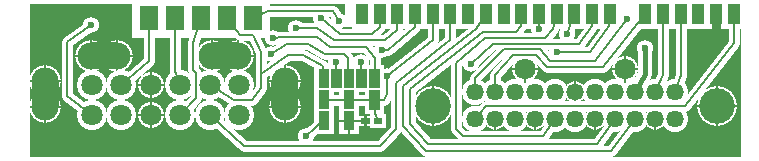
<source format=gtl>
G04*
G04 Format:               Gerber RS-274X*
G04 Export Settings:      OSH Park*
G04 Layer:                TopCopper*
G04 This File Name:       GCDUAL_QSB_FINAL5.2.gtl*
G04 Source File Name:     GCDUAL_QSB_FINAL5.2.rrb*
G04 Unique ID:            757d16c7-f99c-4077-9d8c-5aaf3e2abc93*
G04 Generated Date:       Friday, 30 March 2018 13:03:25*
G04*
G04 Created Using:        Robot Room Copper Connection v3.0.5875*
G04 Software Contact:     http://www.robotroom.com/CopperConnection/Support.aspx*
G04 License Number:       1880*
G04*
G04 Zero Suppression:     Leading*
G04 Number Precision:     2.4*
G04*
%FSLAX24Y24*%
%MOIN*%
%LNTopCopper*%
%ADD10C,.007*%
%ADD11C,.008*%
%ADD12C,.015*%
%ADD13C,.0236*%
%ADD14C,.03*%
%ADD15C,.0307*%
%ADD16C,.037*%
%ADD17C,.038*%
%ADD18C,.045*%
%ADD19C,.0536*%
%ADD20C,.0578*%
%ADD21C,.0607*%
%ADD22C,.0709*%
%ADD23C,.0878*%
%ADD24C,.09*%
%ADD25C,.1009*%
%ADD26C,.1181*%
%ADD27R,.006X.006*%
%ADD28R,.0079X.0079*%
%ADD29R,.03X.03*%
%ADD30R,.0276X.0197*%
%ADD31R,.0394X.0689*%
%ADD32R,.0576X.0497*%
%ADD33R,.0603X.0787*%
%ADD34R,.0694X.0989*%
%ADD35R,.0903X.1087*%
%AMTHERMAL*7,0,0,$1,$1-$2-$2,$2,0*%
%ADD36THERMAL,.0736X.0079*%
%ADD37THERMAL,.0866X.0079*%
%ADD38THERMAL,.0867X.0079*%
%ADD39THERMAL,.1057X.0079*%
%ADD40THERMAL,.1339X.0079*%
G36*
G01X-152Y5118D02*
X23554D01*
Y0D01*
X-152D01*
Y5118D01*
G37*
%LPC*%
G36*
X10367Y5115D02*
X23624D01*
Y4328D01*
X10367D01*
Y5115D01*
G37*
G36*
X3259Y5416D02*
X7865D01*
Y3960D01*
X3259D01*
Y5416D01*
G37*
D36*
X15360Y1269D03*
X16693D03*
X18026Y2162D03*
X18692Y1269D03*
X20692D03*
D37*
X16360Y2929D03*
X19692D03*
D38*
X3880Y2396D03*
Y1412D03*
D39*
X357Y2542D03*
Y1663D03*
X8344Y2542D03*
Y1663D03*
X5909Y3383D03*
X6788D03*
X1879D03*
X2758D03*
D40*
X22752Y1720D03*
X13300D03*
D29*
X9894Y2936D02*
X10248D01*
Y2306D01*
X9894D01*
Y2936D01*
X9476D02*
X9830D01*
Y2306D01*
X9476D01*
Y2936D01*
X10312D02*
X10666D01*
Y2306D01*
X10312D01*
Y2936D01*
X10731D02*
X11085D01*
Y2306D01*
X10731D01*
Y2936D01*
X11154D02*
X11508D01*
Y2306D01*
X11154D01*
Y2936D01*
X9476Y2238D02*
X9830D01*
Y1608D01*
X9476D01*
Y2238D01*
X10312D02*
X10666D01*
Y1608D01*
X10312D01*
Y2238D01*
X11154D02*
X11508D01*
Y1575D01*
X11154D01*
Y2238D01*
X10313Y1538D02*
X10667D01*
Y908D01*
X10313D01*
Y1538D01*
X9479Y1540D02*
X9834D01*
Y910D01*
X9479D01*
Y1540D01*
D16*
X12080Y4253D02*
X11684Y3920D01*
X11502Y4757D02*
X11529Y4353D01*
X11260Y4117D01*
X1881Y4393D02*
X1093Y3839D01*
Y2038D02*
X1912Y1412D01*
X11684Y3920D02*
X10001D01*
X11260Y4117D02*
X10191D01*
X13274Y3896D02*
X11749Y2691D01*
X10191Y4117D02*
X9561Y4629D01*
X10001Y3920D02*
X9410Y4314D01*
X13274Y4757D02*
Y3896D01*
X12080Y4253D02*
X12093Y4757D01*
X12683D02*
X12671Y4351D01*
X11789Y3577D01*
X7944Y3960D02*
X8298Y3999D01*
X7884Y3445D02*
X8416Y3763D01*
X5849Y2396D02*
X6654Y1909D01*
X7244D01*
X7540Y2313D01*
X7543Y2773D01*
X8455Y3408D02*
X8956D01*
X9635Y3029D01*
X7543Y2773D02*
X8455Y3408D01*
X9843Y3684D02*
X11044D01*
X9686Y3448D02*
X10310D01*
X10467Y3290D01*
X11044Y3684D02*
X11339Y3290D01*
X10467D02*
Y2621D01*
X11339Y3290D02*
Y2621D01*
X11789Y3577D02*
X11579D01*
X10900Y3172D02*
Y2621D01*
X10068Y3172D02*
Y2621D01*
X11749Y2691D02*
X11754Y2109D01*
X11636Y1913D02*
X11342Y1907D01*
X10507Y1913D02*
X9659D01*
X11754Y2109D02*
X11636Y1913D01*
X9635Y3029D02*
Y2621D01*
X9046Y692D02*
X9674Y1270D01*
X9125Y3763D02*
X9686Y3448D01*
X8416Y3763D02*
X9125D01*
X9410Y4314D02*
X8731D01*
X9410Y3999D02*
X9843Y3684D01*
X8298Y3999D02*
X9410D01*
X1093Y3839D02*
Y2038D01*
X2896Y2396D02*
X3810Y3199D01*
Y4629D01*
X4864Y2396D02*
X4676Y2878D01*
Y4629D01*
X4864Y1412D02*
X5374Y1969D01*
Y2795D01*
X5276Y2904D01*
Y3789D01*
X7543Y2773D02*
X7540Y3494D01*
X7274Y4078D01*
X6841D01*
X6408Y4629D01*
X7274D02*
X7786Y4865D01*
X9961D01*
X10151Y4550D01*
X5276Y3789D02*
X5542Y4629D01*
X11342Y1907D02*
X10507Y1913D01*
X11342Y1907D02*
Y1464D01*
X11467Y1204D01*
D17*
X19359Y1269D02*
X18761Y453D01*
X20026Y1269D02*
X19210Y196D01*
X17359Y1269D02*
X16964Y710D01*
X14269D02*
X14057Y938D01*
X18761Y453D02*
X13114D01*
X12515Y1095D01*
X16964Y710D02*
X14269D01*
X19210Y196D02*
X13049D01*
X12270Y1043D01*
X16816Y4258D02*
X16817Y4757D01*
X14057Y938D02*
Y3146D01*
X12515Y2266D02*
X14945Y4175D01*
X12270Y1043D02*
Y2373D01*
X12515Y1095D02*
Y2266D01*
X15360Y2162D02*
Y2737D01*
X14693Y2162D02*
Y2642D01*
X17417Y3494D02*
X18522D01*
X14555Y3116D02*
X15288Y3776D01*
X17762Y4111D02*
X17998Y4757D01*
X14693Y1269D02*
X15039Y1717D01*
X21694D01*
X23313Y3790D01*
Y4757D01*
X20692Y2162D02*
X20951Y2725D01*
X21358Y2162D02*
X21542Y2725D01*
X14057Y3146D02*
X15020Y3982D01*
X16836Y3597D02*
X17197Y3216D01*
X18522Y3494D02*
X19162Y4357D01*
X14693Y2642D02*
X15643Y3597D01*
X15360Y2737D02*
X15937Y3405D01*
X12270Y2373D02*
X14733Y4286D01*
X14945Y4175D02*
X16061D01*
X18160Y3776D02*
X18595Y4357D01*
X14733Y4286D02*
X15046Y4757D01*
X16061Y4175D02*
X16227Y4372D01*
X17022Y3982D02*
X17294Y4267D01*
X15020Y3982D02*
X17022D01*
X15643Y3597D02*
X16836D01*
X15288Y3776D02*
X18160D01*
X15937Y3405D02*
X16707D01*
X17092Y3006D02*
X18962D01*
X18670Y3216D02*
X19764Y4605D01*
X16707Y3405D02*
X17092Y3006D01*
X18962D02*
X20361Y4757D01*
X17197Y3216D02*
X18670D01*
X21542Y2725D02*
Y4757D01*
X20951Y2725D02*
Y4759D01*
X17294Y4267D02*
X17408Y4757D01*
X16227Y4372D02*
Y4757D01*
X5849Y1412D02*
X6999Y377D01*
X11518D01*
X13865Y3889D02*
X13860Y4757D01*
X12041Y2485D02*
X13865Y3889D01*
X12041Y928D02*
Y2485D01*
X11518Y377D02*
X12041Y928D01*
X18595Y4357D02*
X18589Y4757D01*
X19162Y4357D02*
X19179Y4757D01*
D18*
X20026Y2162D02*
X20348Y2778D01*
Y3645D01*
D19*
X17417Y3494D03*
X17762Y4111D03*
X16816Y4258D03*
X14555Y3116D03*
X19764Y4605D03*
X20348Y3645D03*
X10900Y3172D03*
X10068D03*
X11579Y3577D03*
X9046Y692D03*
X7884Y3445D03*
X7944Y3960D03*
X8731Y4314D03*
X9561Y4629D03*
X1881Y4393D03*
X10151Y4550D03*
X11749Y2691D03*
D13*
X11024Y787D03*
D21*
X14455Y4757D03*
X15636Y4580D03*
X22138Y4746D03*
X13860Y4757D03*
D23*
X14693Y1269D03*
X16026D03*
X14693Y2162D03*
X15360D03*
X16026D03*
X16693D03*
X17359Y1269D03*
Y2162D03*
X18026Y1269D03*
X18692Y2162D03*
X19359Y1269D03*
Y2162D03*
X20026Y1269D03*
Y2162D03*
X20692D03*
X21358Y1269D03*
Y2162D03*
D25*
X5849Y2396D03*
X4864D03*
X2896D03*
X1912D03*
X6833D03*
X5849Y1412D03*
X4864D03*
X2896D03*
X1912D03*
X6833D03*
D28*
X10856Y1282D02*
Y1342D01*
X10955D01*
X11112D02*
X11210D01*
Y1282D01*
Y1125D02*
Y1066D01*
X11112D01*
X10955D02*
X10856D01*
Y1125D01*
D32*
X11467Y1204D03*
D34*
X13864Y4757D03*
X14455D03*
X15046D03*
X15636D03*
X16227D03*
X16817D03*
X17408D03*
X17998D03*
X18589D03*
X19179D03*
X20361D03*
X20951Y4759D03*
X21542Y4757D03*
X22132D03*
X22723D03*
X23313D03*
X13274D03*
X12683D03*
X12093D03*
X11502D03*
X10912D03*
D35*
X7274Y4629D03*
X6408D03*
X5542D03*
X4676D03*
X3810D03*
%LPD*%
G36*
X-94Y2529D02*
X806D01*
Y1623D01*
X-94D01*
Y2529D01*
G37*
G36*
X7894Y2529D02*
X8794D01*
Y1623D01*
X7894D01*
Y2529D01*
G37*
G36*
X5909Y3832D02*
X6815D01*
Y2932D01*
X5909D01*
Y3832D01*
G37*
G36*
X1892Y3832D02*
X2798D01*
Y2932D01*
X1892D01*
Y3832D01*
G37*
G36*
X9894Y2936D02*
X10248D01*
Y2306D01*
X9894D01*
Y2936D01*
G37*
G36*
X9476Y2936D02*
X9830D01*
Y2306D01*
X9476D01*
Y2936D01*
G37*
G36*
X10312Y2936D02*
X10666D01*
Y2306D01*
X10312D01*
Y2936D01*
G37*
G36*
X10731Y2936D02*
X11085D01*
Y2306D01*
X10731D01*
Y2936D01*
G37*
G36*
X11154Y2936D02*
X11508D01*
Y2306D01*
X11154D01*
Y2936D01*
G37*
G36*
X9476Y2238D02*
X9830D01*
Y1608D01*
X9476D01*
Y2238D01*
G37*
G36*
X10312Y2238D02*
X10666D01*
Y1608D01*
X10312D01*
Y2238D01*
G37*
G36*
X11154Y2238D02*
X11508D01*
Y1575D01*
X11154D01*
Y2238D01*
G37*
G36*
X10313Y1538D02*
X10667D01*
Y908D01*
X10313D01*
Y1538D01*
G37*
G36*
X9479Y1540D02*
X9834D01*
Y910D01*
X9479D01*
Y1540D01*
G37*
D10*
X12080Y4253D02*
X11684Y3920D01*
X11502Y4757D02*
X11529Y4353D01*
X11260Y4117D01*
X1881Y4393D02*
X1093Y3839D01*
Y2038D02*
X1912Y1412D01*
X11684Y3920D02*
X10001D01*
X11260Y4117D02*
X10191D01*
X13274Y3896D02*
X11749Y2691D01*
X10191Y4117D02*
X9561Y4629D01*
X10001Y3920D02*
X9410Y4314D01*
X13274Y4757D02*
Y3896D01*
X12080Y4253D02*
X12093Y4757D01*
X12683D02*
X12671Y4351D01*
X11789Y3577D01*
X7944Y3960D02*
X8298Y3999D01*
X7884Y3445D02*
X8416Y3763D01*
X5849Y2396D02*
X6654Y1909D01*
X7244D01*
X7540Y2313D01*
X7543Y2773D01*
X8455Y3408D02*
X8956D01*
X9635Y3029D01*
X7543Y2773D02*
X8455Y3408D01*
X9843Y3684D02*
X11044D01*
X9686Y3448D02*
X10310D01*
X10467Y3290D01*
X11044Y3684D02*
X11339Y3290D01*
X10467D02*
Y2621D01*
X11339Y3290D02*
Y2621D01*
X11789Y3577D02*
X11579D01*
X10900Y3172D02*
Y2621D01*
X10068Y3172D02*
Y2621D01*
X11749Y2691D02*
X11754Y2109D01*
X11636Y1913D02*
X11342Y1907D01*
X10507Y1913D02*
X9659D01*
X11754Y2109D02*
X11636Y1913D01*
X9635Y3029D02*
Y2621D01*
X9046Y692D02*
X9674Y1270D01*
X9125Y3763D02*
X9686Y3448D01*
X8416Y3763D02*
X9125D01*
X9410Y4314D02*
X8731D01*
X9410Y3999D02*
X9843Y3684D01*
X8298Y3999D02*
X9410D01*
X1093Y3839D02*
Y2038D01*
X2896Y2396D02*
X3810Y3199D01*
Y4629D01*
X4864Y2396D02*
X4676Y2878D01*
Y4629D01*
X4864Y1412D02*
X5374Y1969D01*
Y2795D01*
X5276Y2904D01*
Y3789D01*
X10488Y1203D02*
X11033Y1204D01*
X10488Y1203D02*
X10079D01*
X10488D02*
X10482Y668D01*
X7543Y2773D02*
X7540Y3494D01*
X7274Y4078D01*
X6841D01*
X6408Y4629D01*
X7274D02*
X7786Y4865D01*
X9961D01*
X10151Y4550D01*
X5276Y3789D02*
X5542Y4629D01*
X11342Y1907D02*
X10507Y1913D01*
X11342Y1907D02*
Y1464D01*
X11467Y1204D01*
D11*
X19359Y1269D02*
X18761Y453D01*
X20026Y1269D02*
X19210Y196D01*
X17359Y1269D02*
X16964Y710D01*
X14269D02*
X14057Y938D01*
X18761Y453D02*
X13114D01*
X12515Y1095D01*
X16964Y710D02*
X14269D01*
X19210Y196D02*
X13049D01*
X12270Y1043D01*
X16816Y4258D02*
X16817Y4757D01*
X14057Y938D02*
Y3146D01*
X12515Y2266D02*
X14945Y4175D01*
X12270Y1043D02*
Y2373D01*
X12515Y1095D02*
Y2266D01*
X15360Y2162D02*
Y2737D01*
X14693Y2162D02*
Y2642D01*
X17417Y3494D02*
X18522D01*
X14555Y3116D02*
X15288Y3776D01*
X17762Y4111D02*
X17998Y4757D01*
X14693Y1269D02*
X15039Y1717D01*
X21694D01*
X23313Y3790D01*
Y4757D01*
X20692Y2162D02*
X20951Y2725D01*
X21358Y2162D02*
X21542Y2725D01*
X14057Y3146D02*
X15020Y3982D01*
X16836Y3597D02*
X17197Y3216D01*
X18522Y3494D02*
X19162Y4357D01*
X14693Y2642D02*
X15643Y3597D01*
X15360Y2737D02*
X15937Y3405D01*
X12270Y2373D02*
X14733Y4286D01*
X14945Y4175D02*
X16061D01*
X18160Y3776D02*
X18595Y4357D01*
X14733Y4286D02*
X15046Y4757D01*
X16061Y4175D02*
X16227Y4372D01*
X17022Y3982D02*
X17294Y4267D01*
X15020Y3982D02*
X17022D01*
X15643Y3597D02*
X16836D01*
X15288Y3776D02*
X18160D01*
X15937Y3405D02*
X16707D01*
X17092Y3006D02*
X18962D01*
X18670Y3216D02*
X19764Y4605D01*
X16707Y3405D02*
X17092Y3006D01*
X18962D02*
X20361Y4757D01*
X17197Y3216D02*
X18670D01*
X21542Y2725D02*
Y4757D01*
X20951Y2725D02*
Y4759D01*
X17294Y4267D02*
X17408Y4757D01*
X16227Y4372D02*
Y4757D01*
X5849Y1412D02*
X6999Y377D01*
X11518D01*
X13865Y3889D02*
X13860Y4757D01*
X12041Y2485D02*
X13865Y3889D01*
X12041Y928D02*
Y2485D01*
X11518Y377D02*
X12041Y928D01*
X18595Y4357D02*
X18589Y4757D01*
X19162Y4357D02*
X19179Y4757D01*
D12*
X20026Y2162D02*
X20348Y2778D01*
Y3645D01*
D13*
X17417Y3494D03*
X17762Y4111D03*
X16816Y4258D03*
X14555Y3116D03*
X22918Y3908D03*
X19876Y3566D03*
X23090Y2897D03*
X22528Y3400D03*
X13641Y2700D03*
Y833D03*
X19764Y4605D03*
X12277Y377D03*
X20348Y3645D03*
X10900Y3172D03*
X10068D03*
X11579Y3577D03*
X9046Y692D03*
X7884Y3445D03*
X7944Y3960D03*
X8731Y4314D03*
X9561Y4629D03*
X1881Y4393D03*
D03*
X10151Y4550D03*
X11749Y2691D03*
X22457Y3896D03*
X11024Y787D03*
D14*
X22723Y4757D02*
Y4262D01*
X22918Y3908D01*
D15*
X14455Y4757D03*
X15636Y4580D03*
X22138Y4746D03*
X13860Y4757D03*
X21844Y388D03*
X22631D03*
X20269D03*
X21056D03*
X10907Y4629D03*
X6093Y338D03*
X4755D03*
X3455D03*
X2196D03*
X975D03*
X621Y3566D03*
Y4550D03*
D20*
X14693Y1269D03*
X15360D03*
X16026D03*
X16693D03*
X14693Y2162D03*
X15360D03*
X16026D03*
X16693D03*
X17359Y1269D03*
Y2162D03*
X18026Y1269D03*
Y2162D03*
X18692Y1269D03*
Y2162D03*
X19359Y1269D03*
Y2162D03*
X20026Y1269D03*
Y2162D03*
X20692Y1269D03*
Y2162D03*
X21358Y1269D03*
Y2162D03*
D22*
X16360Y2929D03*
X19692D03*
X5849Y2396D03*
X4864D03*
X3880D03*
X2896D03*
X1912D03*
X6833D03*
X5849Y1412D03*
X4864D03*
X3880D03*
X2896D03*
X1912D03*
X6833D03*
D24*
X357Y2542D03*
Y1663D03*
X8344Y2542D03*
Y1663D03*
X5909Y3383D03*
X6788D03*
X1879D03*
X2758D03*
D26*
X22752Y1720D03*
X13300D03*
D30*
X11033Y1204D03*
X11467D03*
D31*
X13864Y4757D03*
X14455D03*
X15046D03*
X15636D03*
X16227D03*
X16817D03*
X17408D03*
X17998D03*
X18589D03*
X19179D03*
X20361D03*
X20951Y4759D03*
X21542Y4757D03*
X22132D03*
X22723D03*
X23313D03*
X13274D03*
X12683D03*
X12093D03*
X11502D03*
X10912D03*
D33*
X7274Y4629D03*
X6408D03*
X5542D03*
X4676D03*
X3810D03*
M02*

</source>
